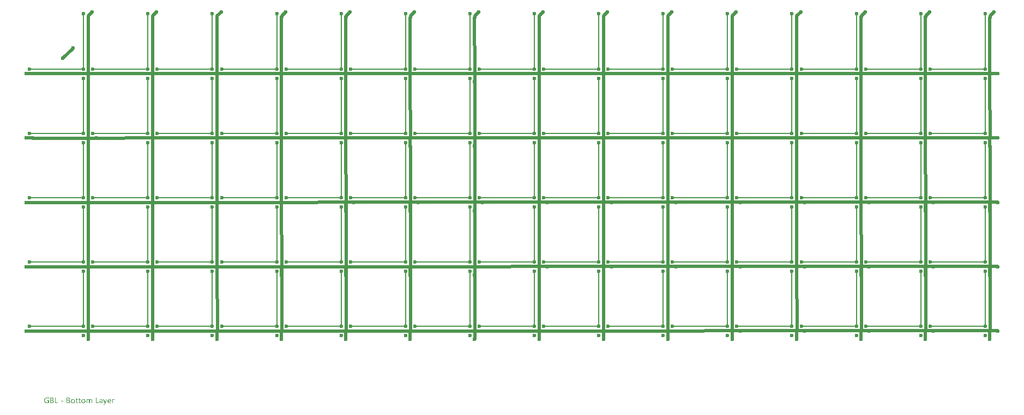
<source format=gbl>
G04*
G04 #@! TF.GenerationSoftware,Altium Limited,Altium Designer,22.11.1 (43)*
G04*
G04 Layer_Physical_Order=2*
G04 Layer_Color=16711680*
%FSLAX45Y45*%
%MOMM*%
G71*
G04*
G04 #@! TF.SameCoordinates,2E7F8865-AB32-4259-96A3-A5373F490E22*
G04*
G04*
G04 #@! TF.FilePolarity,Positive*
G04*
G01*
G75*
%ADD16C,0.20000*%
%ADD18C,0.60000*%
%ADD19C,0.50000*%
G36*
X-19916Y-5644070D02*
X-18501Y-5644211D01*
X-16803Y-5644353D01*
X-15106Y-5644494D01*
X-11144Y-5645060D01*
X-7183Y-5645909D01*
X-2939Y-5647183D01*
X881Y-5648739D01*
Y-5660340D01*
X740Y-5660198D01*
X457Y-5660057D01*
X-250Y-5659633D01*
X-1099Y-5659208D01*
X-2090Y-5658784D01*
X-3363Y-5658076D01*
X-4778Y-5657510D01*
X-6475Y-5656803D01*
X-8173Y-5656237D01*
X-10154Y-5655530D01*
X-12276Y-5654964D01*
X-14540Y-5654539D01*
X-19491Y-5653690D01*
X-22180Y-5653549D01*
X-24868Y-5653408D01*
X-26282D01*
X-27414Y-5653549D01*
X-28688Y-5653690D01*
X-30102Y-5653973D01*
X-31800Y-5654256D01*
X-33498Y-5654681D01*
X-35478Y-5655247D01*
X-37459Y-5655954D01*
X-39440Y-5656803D01*
X-41562Y-5657793D01*
X-43684Y-5659067D01*
X-45665Y-5660481D01*
X-47646Y-5662038D01*
X-49485Y-5663877D01*
X-49626Y-5664018D01*
X-49909Y-5664301D01*
X-50334Y-5664867D01*
X-51041Y-5665716D01*
X-51748Y-5666706D01*
X-52456Y-5667980D01*
X-53446Y-5669395D01*
X-54295Y-5671092D01*
X-55144Y-5672932D01*
X-55993Y-5674912D01*
X-56842Y-5677176D01*
X-57549Y-5679439D01*
X-58256Y-5681986D01*
X-58681Y-5684816D01*
X-58964Y-5687645D01*
X-59105Y-5690616D01*
Y-5690758D01*
Y-5691324D01*
Y-5692173D01*
X-58964Y-5693446D01*
X-58822Y-5694861D01*
X-58681Y-5696558D01*
X-58398Y-5698398D01*
X-57973Y-5700378D01*
X-56983Y-5704623D01*
X-56134Y-5706886D01*
X-55285Y-5709008D01*
X-54295Y-5711272D01*
X-53163Y-5713394D01*
X-51748Y-5715375D01*
X-50192Y-5717356D01*
X-50051Y-5717497D01*
X-49768Y-5717780D01*
X-49202Y-5718204D01*
X-48494Y-5718912D01*
X-47646Y-5719619D01*
X-46514Y-5720327D01*
X-45240Y-5721317D01*
X-43826Y-5722166D01*
X-42128Y-5723015D01*
X-40430Y-5723864D01*
X-38308Y-5724712D01*
X-36186Y-5725420D01*
X-33922Y-5726127D01*
X-31376Y-5726552D01*
X-28829Y-5726835D01*
X-25999Y-5726976D01*
X-25009D01*
X-24302Y-5726835D01*
X-23311D01*
X-22321Y-5726693D01*
X-19774Y-5726410D01*
X-16945Y-5725986D01*
X-13974Y-5725137D01*
X-10861Y-5724147D01*
X-7890Y-5722732D01*
Y-5697690D01*
X-27414D01*
Y-5688211D01*
X2579D01*
Y-5728674D01*
X2438Y-5728815D01*
X2013Y-5728957D01*
X1164Y-5729381D01*
X174Y-5729806D01*
X-1099Y-5730372D01*
X-2514Y-5731079D01*
X-4212Y-5731786D01*
X-6193Y-5732352D01*
X-8315Y-5733060D01*
X-10578Y-5733767D01*
X-13125Y-5734474D01*
X-15672Y-5735040D01*
X-21331Y-5735889D01*
X-24160Y-5736031D01*
X-27273Y-5736172D01*
X-28122D01*
X-29112Y-5736031D01*
X-30385D01*
X-32083Y-5735748D01*
X-33922Y-5735465D01*
X-36044Y-5735182D01*
X-38308Y-5734616D01*
X-40713Y-5734050D01*
X-43260Y-5733201D01*
X-45806Y-5732211D01*
X-48353Y-5731079D01*
X-51041Y-5729664D01*
X-53446Y-5727966D01*
X-55993Y-5726127D01*
X-58256Y-5724005D01*
X-58398Y-5723864D01*
X-58822Y-5723439D01*
X-59388Y-5722732D01*
X-60096Y-5721741D01*
X-60945Y-5720468D01*
X-61935Y-5719053D01*
X-63067Y-5717356D01*
X-64057Y-5715233D01*
X-65189Y-5713111D01*
X-66321Y-5710565D01*
X-67311Y-5707877D01*
X-68160Y-5705047D01*
X-68867Y-5701934D01*
X-69433Y-5698539D01*
X-69858Y-5695002D01*
X-69999Y-5691324D01*
Y-5691041D01*
Y-5690333D01*
X-69858Y-5689343D01*
Y-5687928D01*
X-69575Y-5686089D01*
X-69292Y-5683967D01*
X-68867Y-5681703D01*
X-68301Y-5679298D01*
X-67735Y-5676610D01*
X-66887Y-5673922D01*
X-65755Y-5671092D01*
X-64481Y-5668121D01*
X-63067Y-5665292D01*
X-61227Y-5662462D01*
X-59247Y-5659774D01*
X-56983Y-5657227D01*
X-56842Y-5657086D01*
X-56417Y-5656662D01*
X-55568Y-5655954D01*
X-54578Y-5655105D01*
X-53305Y-5654115D01*
X-51748Y-5652983D01*
X-49909Y-5651851D01*
X-47929Y-5650578D01*
X-45523Y-5649305D01*
X-42977Y-5648173D01*
X-40289Y-5647041D01*
X-37318Y-5646051D01*
X-34205Y-5645202D01*
X-30810Y-5644494D01*
X-27273Y-5644070D01*
X-23594Y-5643929D01*
X-21189D01*
X-19916Y-5644070D01*
D02*
G37*
G36*
X657198Y-5669678D02*
X658471Y-5669960D01*
X660169Y-5670385D01*
X661867Y-5670951D01*
X663847Y-5671658D01*
X665828Y-5672790D01*
X667667Y-5674205D01*
X669648Y-5675903D01*
X671346Y-5678025D01*
X673043Y-5680571D01*
X674317Y-5683542D01*
X675448Y-5686938D01*
X675731Y-5688919D01*
X676014Y-5691041D01*
X676297Y-5693163D01*
Y-5695568D01*
Y-5734757D01*
X666111D01*
Y-5698256D01*
Y-5698115D01*
Y-5697832D01*
Y-5697266D01*
Y-5696558D01*
X665969Y-5695709D01*
Y-5694578D01*
X665687Y-5692314D01*
X665262Y-5689909D01*
X664696Y-5687362D01*
X663989Y-5684957D01*
X662857Y-5682976D01*
X662715Y-5682835D01*
X662291Y-5682269D01*
X661442Y-5681420D01*
X660310Y-5680571D01*
X658754Y-5679722D01*
X656773Y-5678874D01*
X654510Y-5678308D01*
X651822Y-5678166D01*
X651539D01*
X650690Y-5678308D01*
X649558Y-5678449D01*
X648002Y-5678874D01*
X646304Y-5679581D01*
X644323Y-5680713D01*
X642484Y-5682128D01*
X640645Y-5684108D01*
X640503Y-5684391D01*
X639938Y-5685099D01*
X639230Y-5686372D01*
X638381Y-5688070D01*
X637532Y-5690192D01*
X636825Y-5692597D01*
X636259Y-5695427D01*
X636118Y-5698398D01*
Y-5734757D01*
X625931D01*
Y-5696983D01*
Y-5696700D01*
Y-5696134D01*
X625790Y-5695285D01*
X625648Y-5694012D01*
X625507Y-5692597D01*
X625224Y-5691041D01*
X624658Y-5689343D01*
X624092Y-5687504D01*
X623385Y-5685806D01*
X622394Y-5684108D01*
X621262Y-5682552D01*
X619848Y-5681137D01*
X618150Y-5679864D01*
X616169Y-5679015D01*
X613906Y-5678308D01*
X611359Y-5678166D01*
X611076D01*
X610227Y-5678308D01*
X609095Y-5678449D01*
X607539Y-5678874D01*
X605700Y-5679581D01*
X603861Y-5680571D01*
X602021Y-5681986D01*
X600324Y-5683825D01*
X600182Y-5684108D01*
X599616Y-5684816D01*
X598909Y-5686089D01*
X598201Y-5687645D01*
X597353Y-5689767D01*
X596645Y-5692314D01*
X596079Y-5695144D01*
X595938Y-5698398D01*
Y-5734757D01*
X585751D01*
Y-5670951D01*
X595938D01*
Y-5681137D01*
X596221D01*
X596362Y-5680996D01*
X596504Y-5680571D01*
X596928Y-5680005D01*
X597494Y-5679298D01*
X598201Y-5678449D01*
X599050Y-5677459D01*
X600041Y-5676468D01*
X601314Y-5675337D01*
X602587Y-5674205D01*
X604002Y-5673214D01*
X605700Y-5672224D01*
X607398Y-5671375D01*
X609378Y-5670668D01*
X611500Y-5669960D01*
X613623Y-5669678D01*
X616028Y-5669536D01*
X617160D01*
X618291Y-5669678D01*
X619848Y-5669960D01*
X621687Y-5670385D01*
X623526Y-5671092D01*
X625507Y-5671941D01*
X627346Y-5673214D01*
X627629Y-5673356D01*
X628195Y-5673922D01*
X629044Y-5674629D01*
X630034Y-5675761D01*
X631166Y-5677034D01*
X632298Y-5678732D01*
X633288Y-5680571D01*
X633995Y-5682693D01*
X634137Y-5682552D01*
X634278Y-5682128D01*
X634703Y-5681420D01*
X635410Y-5680571D01*
X636118Y-5679581D01*
X636966Y-5678591D01*
X638098Y-5677317D01*
X639372Y-5676044D01*
X640786Y-5674912D01*
X642343Y-5673639D01*
X644040Y-5672649D01*
X646021Y-5671517D01*
X648002Y-5670809D01*
X650265Y-5670102D01*
X652671Y-5669678D01*
X655217Y-5669536D01*
X656066D01*
X657198Y-5669678D01*
D02*
G37*
G36*
X1013581Y-5670102D02*
X1015562Y-5670243D01*
X1016552Y-5670526D01*
X1017401Y-5670809D01*
Y-5681420D01*
X1017259Y-5681279D01*
X1016976Y-5681137D01*
X1016269Y-5680713D01*
X1015420Y-5680288D01*
X1014288Y-5680005D01*
X1013015Y-5679581D01*
X1011459Y-5679439D01*
X1009620Y-5679298D01*
X1009337D01*
X1008488Y-5679439D01*
X1007356Y-5679581D01*
X1005800Y-5680005D01*
X1004102Y-5680854D01*
X1002263Y-5681986D01*
X1000423Y-5683401D01*
X999575Y-5684391D01*
X998726Y-5685523D01*
X998584Y-5685806D01*
X998018Y-5686655D01*
X997311Y-5688070D01*
X996604Y-5689909D01*
X995755Y-5692314D01*
X995047Y-5695144D01*
X994481Y-5698539D01*
X994340Y-5702359D01*
Y-5734757D01*
X984153D01*
Y-5670951D01*
X994340D01*
Y-5684108D01*
X994623D01*
Y-5683967D01*
X994764Y-5683825D01*
X995047Y-5682976D01*
X995472Y-5681845D01*
X996179Y-5680288D01*
X997169Y-5678591D01*
X998301Y-5676893D01*
X999575Y-5675337D01*
X1001131Y-5673780D01*
X1001272Y-5673639D01*
X1001980Y-5673214D01*
X1002829Y-5672507D01*
X1004102Y-5671800D01*
X1005658Y-5671234D01*
X1007356Y-5670526D01*
X1009195Y-5670102D01*
X1011317Y-5669960D01*
X1012732D01*
X1013581Y-5670102D01*
D02*
G37*
G36*
X222860Y-5703349D02*
X188906D01*
Y-5695285D01*
X222860D01*
Y-5703349D01*
D02*
G37*
G36*
X877055Y-5744944D02*
X876913Y-5745227D01*
X876630Y-5745793D01*
X876206Y-5746783D01*
X875640Y-5748056D01*
X874791Y-5749471D01*
X873801Y-5751169D01*
X872669Y-5753008D01*
X871396Y-5754847D01*
X869839Y-5756686D01*
X868283Y-5758526D01*
X866444Y-5760082D01*
X864463Y-5761638D01*
X862341Y-5762912D01*
X860077Y-5763902D01*
X857531Y-5764468D01*
X854984Y-5764751D01*
X853569D01*
X852720Y-5764609D01*
X850457Y-5764326D01*
X848335Y-5763902D01*
Y-5754706D01*
X848476D01*
X848901Y-5754847D01*
X849466Y-5754989D01*
X850315Y-5755272D01*
X852296Y-5755696D01*
X854418Y-5755838D01*
X855126D01*
X855691Y-5755696D01*
X857106Y-5755413D01*
X858804Y-5754706D01*
X860643Y-5753574D01*
X861634Y-5752867D01*
X862482Y-5752018D01*
X863473Y-5750886D01*
X864322Y-5749613D01*
X865170Y-5748198D01*
X866019Y-5746642D01*
X871113Y-5734757D01*
X846212Y-5670951D01*
X857531D01*
X874791Y-5720185D01*
Y-5720327D01*
X874932Y-5720610D01*
X875074Y-5721034D01*
X875215Y-5721741D01*
X875498Y-5722590D01*
X875781Y-5723581D01*
X876064Y-5724995D01*
X876489D01*
Y-5724854D01*
Y-5724712D01*
X876630Y-5724288D01*
X876772Y-5723864D01*
X876913Y-5723156D01*
X877196Y-5722307D01*
X877479Y-5721317D01*
X877762Y-5720185D01*
X895871Y-5670951D01*
X906482D01*
X877055Y-5744944D01*
D02*
G37*
G36*
X815936Y-5669678D02*
X817351Y-5669960D01*
X819049Y-5670243D01*
X820888Y-5670809D01*
X823010Y-5671517D01*
X825132Y-5672507D01*
X827113Y-5673780D01*
X829235Y-5675337D01*
X831074Y-5677317D01*
X832772Y-5679581D01*
X834187Y-5682269D01*
X835319Y-5685523D01*
X836026Y-5689060D01*
X836309Y-5693304D01*
Y-5734757D01*
X826123D01*
Y-5724854D01*
X825840D01*
X825698Y-5724995D01*
X825557Y-5725278D01*
X825132Y-5725844D01*
X824566Y-5726552D01*
X823859Y-5727542D01*
X823010Y-5728391D01*
X822020Y-5729523D01*
X820888Y-5730513D01*
X819615Y-5731503D01*
X818200Y-5732635D01*
X816502Y-5733484D01*
X814804Y-5734333D01*
X812965Y-5735182D01*
X810843Y-5735748D01*
X808721Y-5736031D01*
X806316Y-5736172D01*
X805467D01*
X804759Y-5736031D01*
X803911D01*
X803062Y-5735889D01*
X800798Y-5735606D01*
X798393Y-5734899D01*
X795988Y-5734050D01*
X793441Y-5732918D01*
X791319Y-5731220D01*
X791036Y-5730937D01*
X790470Y-5730372D01*
X789621Y-5729240D01*
X788631Y-5727683D01*
X787641Y-5725844D01*
X786792Y-5723581D01*
X786226Y-5720893D01*
X785943Y-5717922D01*
Y-5717780D01*
Y-5717073D01*
X786084Y-5716224D01*
X786226Y-5715092D01*
X786650Y-5713677D01*
X787075Y-5712121D01*
X787782Y-5710423D01*
X788631Y-5708584D01*
X789763Y-5706745D01*
X791036Y-5704906D01*
X792734Y-5703208D01*
X794856Y-5701510D01*
X797261Y-5700095D01*
X800091Y-5698822D01*
X803345Y-5697832D01*
X807023Y-5697124D01*
X826123Y-5694436D01*
Y-5694295D01*
Y-5693729D01*
X825981Y-5692880D01*
Y-5691890D01*
X825698Y-5690616D01*
X825415Y-5689343D01*
X824991Y-5687787D01*
X824425Y-5686230D01*
X823717Y-5684816D01*
X822869Y-5683259D01*
X821878Y-5681986D01*
X820605Y-5680713D01*
X819049Y-5679722D01*
X817351Y-5678874D01*
X815229Y-5678308D01*
X812965Y-5678166D01*
X811833D01*
X810984Y-5678308D01*
X809994Y-5678449D01*
X808862Y-5678591D01*
X807589Y-5678874D01*
X806033Y-5679157D01*
X802920Y-5680005D01*
X799383Y-5681420D01*
X797544Y-5682269D01*
X795705Y-5683401D01*
X794007Y-5684533D01*
X792168Y-5685947D01*
Y-5675478D01*
X792309Y-5675337D01*
X792592Y-5675195D01*
X793158Y-5674912D01*
X793866Y-5674488D01*
X794714Y-5674063D01*
X795846Y-5673639D01*
X796978Y-5673073D01*
X798393Y-5672507D01*
X799949Y-5671941D01*
X801647Y-5671375D01*
X805325Y-5670526D01*
X809428Y-5669819D01*
X813814Y-5669536D01*
X814804D01*
X815936Y-5669678D01*
D02*
G37*
G36*
X742368Y-5725420D02*
X778303D01*
Y-5734757D01*
X731898D01*
Y-5645485D01*
X742368D01*
Y-5725420D01*
D02*
G37*
G36*
X305059Y-5645626D02*
X306049D01*
X307181Y-5645768D01*
X309728Y-5646192D01*
X312699Y-5646900D01*
X315670Y-5647890D01*
X318782Y-5649305D01*
X321471Y-5651144D01*
X321612D01*
X321753Y-5651427D01*
X322602Y-5652134D01*
X323593Y-5653408D01*
X324866Y-5655105D01*
X326139Y-5657227D01*
X327271Y-5659774D01*
X327979Y-5662604D01*
X328120Y-5664160D01*
X328261Y-5665858D01*
Y-5665999D01*
Y-5666141D01*
Y-5666565D01*
Y-5667131D01*
X328120Y-5668546D01*
X327696Y-5670385D01*
X327271Y-5672507D01*
X326564Y-5674629D01*
X325573Y-5676893D01*
X324159Y-5679157D01*
X324017Y-5679439D01*
X323451Y-5680005D01*
X322461Y-5680996D01*
X321188Y-5682269D01*
X319631Y-5683542D01*
X317651Y-5684816D01*
X315387Y-5686089D01*
X312840Y-5687079D01*
Y-5687362D01*
X313265D01*
X313689Y-5687504D01*
X314397Y-5687645D01*
X315953Y-5687928D01*
X318075Y-5688636D01*
X320339Y-5689484D01*
X322744Y-5690616D01*
X325149Y-5692173D01*
X327271Y-5694153D01*
X327554Y-5694436D01*
X328120Y-5695144D01*
X328969Y-5696417D01*
X329959Y-5698256D01*
X330950Y-5700378D01*
X331798Y-5702925D01*
X332364Y-5705896D01*
X332647Y-5709150D01*
Y-5709291D01*
Y-5709716D01*
Y-5710282D01*
X332506Y-5710989D01*
X332364Y-5711979D01*
X332223Y-5713111D01*
X331657Y-5715799D01*
X330667Y-5718770D01*
X329959Y-5720185D01*
X329252Y-5721741D01*
X328261Y-5723298D01*
X327130Y-5724854D01*
X325856Y-5726269D01*
X324442Y-5727683D01*
X324300Y-5727825D01*
X324017Y-5727966D01*
X323593Y-5728391D01*
X323027Y-5728815D01*
X322178Y-5729381D01*
X321188Y-5729947D01*
X320056Y-5730513D01*
X318782Y-5731220D01*
X317368Y-5731928D01*
X315811Y-5732494D01*
X312274Y-5733626D01*
X308172Y-5734474D01*
X305908Y-5734616D01*
X303644Y-5734757D01*
X277612D01*
Y-5645485D01*
X304210D01*
X305059Y-5645626D01*
D02*
G37*
G36*
X106990Y-5725420D02*
X142925D01*
Y-5734757D01*
X96521D01*
Y-5645485D01*
X106990D01*
Y-5725420D01*
D02*
G37*
G36*
X50823Y-5645626D02*
X51813D01*
X52945Y-5645768D01*
X55492Y-5646192D01*
X58463Y-5646900D01*
X61434Y-5647890D01*
X64546Y-5649305D01*
X67235Y-5651144D01*
X67376D01*
X67518Y-5651427D01*
X68366Y-5652134D01*
X69357Y-5653408D01*
X70630Y-5655105D01*
X71903Y-5657227D01*
X73035Y-5659774D01*
X73743Y-5662604D01*
X73884Y-5664160D01*
X74026Y-5665858D01*
Y-5665999D01*
Y-5666141D01*
Y-5666565D01*
Y-5667131D01*
X73884Y-5668546D01*
X73460Y-5670385D01*
X73035Y-5672507D01*
X72328Y-5674629D01*
X71337Y-5676893D01*
X69923Y-5679157D01*
X69781Y-5679439D01*
X69215Y-5680005D01*
X68225Y-5680996D01*
X66952Y-5682269D01*
X65395Y-5683542D01*
X63415Y-5684816D01*
X61151Y-5686089D01*
X58604Y-5687079D01*
Y-5687362D01*
X59029D01*
X59453Y-5687504D01*
X60161Y-5687645D01*
X61717Y-5687928D01*
X63839Y-5688636D01*
X66103Y-5689484D01*
X68508Y-5690616D01*
X70913Y-5692173D01*
X73035Y-5694153D01*
X73318Y-5694436D01*
X73884Y-5695144D01*
X74733Y-5696417D01*
X75723Y-5698256D01*
X76714Y-5700378D01*
X77562Y-5702925D01*
X78128Y-5705896D01*
X78411Y-5709150D01*
Y-5709291D01*
Y-5709716D01*
Y-5710282D01*
X78270Y-5710989D01*
X78128Y-5711979D01*
X77987Y-5713111D01*
X77421Y-5715799D01*
X76431Y-5718770D01*
X75723Y-5720185D01*
X75016Y-5721741D01*
X74026Y-5723298D01*
X72894Y-5724854D01*
X71620Y-5726269D01*
X70206Y-5727683D01*
X70064Y-5727825D01*
X69781Y-5727966D01*
X69357Y-5728391D01*
X68791Y-5728815D01*
X67942Y-5729381D01*
X66952Y-5729947D01*
X65820Y-5730513D01*
X64546Y-5731220D01*
X63132Y-5731928D01*
X61575Y-5732494D01*
X58038Y-5733626D01*
X53936Y-5734474D01*
X51672Y-5734616D01*
X49408Y-5734757D01*
X23376D01*
Y-5645485D01*
X49974D01*
X50823Y-5645626D01*
D02*
G37*
G36*
X481058Y-5670951D02*
X497186D01*
Y-5679722D01*
X481058D01*
Y-5715658D01*
Y-5715941D01*
Y-5716648D01*
X481199Y-5717922D01*
X481341Y-5719195D01*
X481624Y-5720751D01*
X481907Y-5722307D01*
X482472Y-5723722D01*
X483180Y-5724854D01*
X483321Y-5724995D01*
X483604Y-5725278D01*
X484170Y-5725703D01*
X485019Y-5726127D01*
X486009Y-5726693D01*
X487283Y-5727118D01*
X488698Y-5727401D01*
X490537Y-5727542D01*
X491244D01*
X491952Y-5727401D01*
X492800Y-5727259D01*
X493791Y-5726976D01*
X494923Y-5726693D01*
X496054Y-5726127D01*
X497186Y-5725420D01*
Y-5734191D01*
X497045Y-5734333D01*
X496479Y-5734474D01*
X495771Y-5734757D01*
X494640Y-5735040D01*
X493225Y-5735465D01*
X491527Y-5735748D01*
X489688Y-5735889D01*
X487566Y-5736031D01*
X486858D01*
X486009Y-5735889D01*
X485019Y-5735748D01*
X483746Y-5735465D01*
X482331Y-5735040D01*
X480775Y-5734474D01*
X479218Y-5733767D01*
X477662Y-5732777D01*
X476106Y-5731503D01*
X474691Y-5729947D01*
X473418Y-5728249D01*
X472428Y-5726127D01*
X471579Y-5723581D01*
X471013Y-5720751D01*
X470871Y-5717497D01*
Y-5679722D01*
X459836D01*
Y-5670951D01*
X470871D01*
Y-5655388D01*
X481058Y-5652134D01*
Y-5670951D01*
D02*
G37*
G36*
X437765D02*
X453894D01*
Y-5679722D01*
X437765D01*
Y-5715658D01*
Y-5715941D01*
Y-5716648D01*
X437907Y-5717922D01*
X438048Y-5719195D01*
X438331Y-5720751D01*
X438614Y-5722307D01*
X439180Y-5723722D01*
X439888Y-5724854D01*
X440029Y-5724995D01*
X440312Y-5725278D01*
X440878Y-5725703D01*
X441727Y-5726127D01*
X442717Y-5726693D01*
X443990Y-5727118D01*
X445405Y-5727401D01*
X447244Y-5727542D01*
X447952D01*
X448659Y-5727401D01*
X449508Y-5727259D01*
X450498Y-5726976D01*
X451630Y-5726693D01*
X452762Y-5726127D01*
X453894Y-5725420D01*
Y-5734191D01*
X453752Y-5734333D01*
X453187Y-5734474D01*
X452479Y-5734757D01*
X451347Y-5735040D01*
X449933Y-5735465D01*
X448235Y-5735748D01*
X446396Y-5735889D01*
X444273Y-5736031D01*
X443566D01*
X442717Y-5735889D01*
X441727Y-5735748D01*
X440454Y-5735465D01*
X439039Y-5735040D01*
X437482Y-5734474D01*
X435926Y-5733767D01*
X434370Y-5732777D01*
X432814Y-5731503D01*
X431399Y-5729947D01*
X430126Y-5728249D01*
X429135Y-5726127D01*
X428286Y-5723581D01*
X427721Y-5720751D01*
X427579Y-5717497D01*
Y-5679722D01*
X416544D01*
Y-5670951D01*
X427579D01*
Y-5655388D01*
X437765Y-5652134D01*
Y-5670951D01*
D02*
G37*
G36*
X944540Y-5669678D02*
X945530Y-5669819D01*
X946662Y-5669960D01*
X949491Y-5670526D01*
X952604Y-5671517D01*
X954160Y-5672083D01*
X955858Y-5672932D01*
X957414Y-5673922D01*
X958829Y-5674912D01*
X960385Y-5676185D01*
X961658Y-5677600D01*
X961800Y-5677742D01*
X961941Y-5678025D01*
X962366Y-5678449D01*
X962790Y-5679015D01*
X963215Y-5679864D01*
X963922Y-5680854D01*
X964488Y-5682128D01*
X965195Y-5683401D01*
X965761Y-5684957D01*
X966469Y-5686655D01*
X967035Y-5688494D01*
X967459Y-5690475D01*
X968025Y-5692597D01*
X968308Y-5695002D01*
X968449Y-5697407D01*
X968591Y-5700095D01*
Y-5705471D01*
X923601D01*
Y-5705613D01*
Y-5705896D01*
Y-5706462D01*
X923742Y-5707169D01*
Y-5708160D01*
X923884Y-5709150D01*
X924308Y-5711555D01*
X925016Y-5714102D01*
X926006Y-5716931D01*
X927421Y-5719478D01*
X929260Y-5721883D01*
X929543Y-5722166D01*
X930250Y-5722732D01*
X931524Y-5723722D01*
X933221Y-5724712D01*
X935344Y-5725844D01*
X938032Y-5726835D01*
X941003Y-5727401D01*
X944398Y-5727683D01*
X945389D01*
X946237Y-5727542D01*
X947228Y-5727401D01*
X948218Y-5727259D01*
X949491Y-5727118D01*
X950906Y-5726835D01*
X954019Y-5725986D01*
X957273Y-5724712D01*
X958970Y-5723864D01*
X960810Y-5722873D01*
X962507Y-5721883D01*
X964205Y-5720610D01*
Y-5730230D01*
X964064D01*
X963781Y-5730513D01*
X963356Y-5730796D01*
X962649Y-5731220D01*
X961800Y-5731645D01*
X960810Y-5732069D01*
X959678Y-5732635D01*
X958263Y-5733201D01*
X956707Y-5733767D01*
X955009Y-5734333D01*
X953170Y-5734757D01*
X951189Y-5735182D01*
X949208Y-5735606D01*
X946945Y-5735889D01*
X941993Y-5736172D01*
X940720D01*
X939729Y-5736031D01*
X938598Y-5735889D01*
X937324Y-5735748D01*
X935768Y-5735465D01*
X934212Y-5735040D01*
X930816Y-5734050D01*
X928977Y-5733343D01*
X927279Y-5732494D01*
X925440Y-5731503D01*
X923742Y-5730372D01*
X922186Y-5729098D01*
X920630Y-5727542D01*
X920488Y-5727401D01*
X920347Y-5727118D01*
X919922Y-5726693D01*
X919498Y-5725986D01*
X918932Y-5724995D01*
X918225Y-5724005D01*
X917517Y-5722732D01*
X916810Y-5721317D01*
X916103Y-5719619D01*
X915395Y-5717780D01*
X914829Y-5715799D01*
X914122Y-5713677D01*
X913697Y-5711272D01*
X913273Y-5708725D01*
X913132Y-5706037D01*
X912990Y-5703208D01*
Y-5703066D01*
Y-5702500D01*
Y-5701793D01*
X913132Y-5700661D01*
X913273Y-5699388D01*
X913414Y-5697973D01*
X913697Y-5696275D01*
X913980Y-5694578D01*
X914971Y-5690616D01*
X915678Y-5688636D01*
X916527Y-5686655D01*
X917517Y-5684533D01*
X918649Y-5682552D01*
X919922Y-5680713D01*
X921337Y-5678874D01*
X921479Y-5678732D01*
X921762Y-5678449D01*
X922186Y-5678025D01*
X922894Y-5677459D01*
X923742Y-5676751D01*
X924733Y-5675903D01*
X925865Y-5675054D01*
X927138Y-5674205D01*
X928553Y-5673356D01*
X930250Y-5672507D01*
X933787Y-5670951D01*
X935768Y-5670385D01*
X937890Y-5669960D01*
X940154Y-5669678D01*
X942417Y-5669536D01*
X943549D01*
X944540Y-5669678D01*
D02*
G37*
G36*
X541469D02*
X542601Y-5669819D01*
X544015Y-5669960D01*
X545572Y-5670243D01*
X547269Y-5670668D01*
X550806Y-5671658D01*
X552646Y-5672366D01*
X554485Y-5673214D01*
X556324Y-5674205D01*
X558022Y-5675478D01*
X559719Y-5676751D01*
X561276Y-5678308D01*
X561417Y-5678449D01*
X561559Y-5678732D01*
X561983Y-5679157D01*
X562549Y-5679864D01*
X563115Y-5680854D01*
X563822Y-5681845D01*
X564530Y-5683118D01*
X565379Y-5684674D01*
X566086Y-5686230D01*
X566793Y-5688070D01*
X567501Y-5690050D01*
X568067Y-5692314D01*
X568633Y-5694578D01*
X569057Y-5697124D01*
X569199Y-5699812D01*
X569340Y-5702642D01*
Y-5702783D01*
Y-5703349D01*
Y-5704057D01*
X569199Y-5705188D01*
X569057Y-5706462D01*
X568916Y-5708018D01*
X568633Y-5709574D01*
X568208Y-5711414D01*
X567218Y-5715375D01*
X566510Y-5717356D01*
X565662Y-5719478D01*
X564671Y-5721458D01*
X563539Y-5723439D01*
X562266Y-5725278D01*
X560710Y-5727118D01*
X560568Y-5727259D01*
X560285Y-5727542D01*
X559861Y-5727966D01*
X559154Y-5728532D01*
X558305Y-5729240D01*
X557173Y-5729947D01*
X556041Y-5730796D01*
X554626Y-5731645D01*
X553070Y-5732494D01*
X551231Y-5733343D01*
X549392Y-5734050D01*
X547269Y-5734757D01*
X545006Y-5735323D01*
X542742Y-5735748D01*
X540196Y-5736031D01*
X537507Y-5736172D01*
X536093D01*
X535102Y-5736031D01*
X533970Y-5735889D01*
X532556Y-5735748D01*
X530999Y-5735465D01*
X529443Y-5735040D01*
X525765Y-5734050D01*
X523926Y-5733343D01*
X521945Y-5732494D01*
X520106Y-5731503D01*
X518266Y-5730230D01*
X516569Y-5728957D01*
X514871Y-5727401D01*
X514729Y-5727259D01*
X514447Y-5726976D01*
X514164Y-5726410D01*
X513598Y-5725703D01*
X512890Y-5724854D01*
X512183Y-5723722D01*
X511475Y-5722590D01*
X510768Y-5721034D01*
X509919Y-5719478D01*
X509212Y-5717639D01*
X508504Y-5715658D01*
X507797Y-5713677D01*
X507231Y-5711272D01*
X506948Y-5708867D01*
X506665Y-5706320D01*
X506524Y-5703632D01*
Y-5703491D01*
Y-5702925D01*
Y-5702076D01*
X506665Y-5700944D01*
X506807Y-5699671D01*
X506948Y-5698115D01*
X507231Y-5696417D01*
X507656Y-5694436D01*
X508646Y-5690475D01*
X509353Y-5688353D01*
X510202Y-5686372D01*
X511193Y-5684250D01*
X512466Y-5682269D01*
X513739Y-5680430D01*
X515295Y-5678591D01*
X515437Y-5678449D01*
X515720Y-5678166D01*
X516144Y-5677742D01*
X516852Y-5677176D01*
X517842Y-5676468D01*
X518832Y-5675761D01*
X520106Y-5674912D01*
X521520Y-5674063D01*
X523218Y-5673214D01*
X524916Y-5672366D01*
X526897Y-5671658D01*
X529019Y-5670951D01*
X531282Y-5670385D01*
X533688Y-5669960D01*
X536376Y-5669678D01*
X539064Y-5669536D01*
X540478D01*
X541469Y-5669678D01*
D02*
G37*
G36*
X380042D02*
X381174Y-5669819D01*
X382589Y-5669960D01*
X384145Y-5670243D01*
X385843Y-5670668D01*
X389380Y-5671658D01*
X391219Y-5672366D01*
X393058Y-5673214D01*
X394898Y-5674205D01*
X396595Y-5675478D01*
X398293Y-5676751D01*
X399849Y-5678308D01*
X399991Y-5678449D01*
X400132Y-5678732D01*
X400557Y-5679157D01*
X401123Y-5679864D01*
X401689Y-5680854D01*
X402396Y-5681845D01*
X403103Y-5683118D01*
X403952Y-5684674D01*
X404660Y-5686230D01*
X405367Y-5688070D01*
X406074Y-5690050D01*
X406640Y-5692314D01*
X407206Y-5694578D01*
X407631Y-5697124D01*
X407772Y-5699812D01*
X407914Y-5702642D01*
Y-5702783D01*
Y-5703349D01*
Y-5704057D01*
X407772Y-5705188D01*
X407631Y-5706462D01*
X407489Y-5708018D01*
X407206Y-5709574D01*
X406782Y-5711414D01*
X405791Y-5715375D01*
X405084Y-5717356D01*
X404235Y-5719478D01*
X403245Y-5721458D01*
X402113Y-5723439D01*
X400840Y-5725278D01*
X399283Y-5727118D01*
X399142Y-5727259D01*
X398859Y-5727542D01*
X398435Y-5727966D01*
X397727Y-5728532D01*
X396878Y-5729240D01*
X395746Y-5729947D01*
X394615Y-5730796D01*
X393200Y-5731645D01*
X391644Y-5732494D01*
X389804Y-5733343D01*
X387965Y-5734050D01*
X385843Y-5734757D01*
X383579Y-5735323D01*
X381316Y-5735748D01*
X378769Y-5736031D01*
X376081Y-5736172D01*
X374666D01*
X373676Y-5736031D01*
X372544Y-5735889D01*
X371129Y-5735748D01*
X369573Y-5735465D01*
X368017Y-5735040D01*
X364338Y-5734050D01*
X362499Y-5733343D01*
X360518Y-5732494D01*
X358679Y-5731503D01*
X356840Y-5730230D01*
X355142Y-5728957D01*
X353445Y-5727401D01*
X353303Y-5727259D01*
X353020Y-5726976D01*
X352737Y-5726410D01*
X352171Y-5725703D01*
X351464Y-5724854D01*
X350756Y-5723722D01*
X350049Y-5722590D01*
X349342Y-5721034D01*
X348493Y-5719478D01*
X347785Y-5717639D01*
X347078Y-5715658D01*
X346371Y-5713677D01*
X345805Y-5711272D01*
X345522Y-5708867D01*
X345239Y-5706320D01*
X345097Y-5703632D01*
Y-5703491D01*
Y-5702925D01*
Y-5702076D01*
X345239Y-5700944D01*
X345380Y-5699671D01*
X345522Y-5698115D01*
X345805Y-5696417D01*
X346229Y-5694436D01*
X347220Y-5690475D01*
X347927Y-5688353D01*
X348776Y-5686372D01*
X349766Y-5684250D01*
X351039Y-5682269D01*
X352313Y-5680430D01*
X353869Y-5678591D01*
X354010Y-5678449D01*
X354293Y-5678166D01*
X354718Y-5677742D01*
X355425Y-5677176D01*
X356416Y-5676468D01*
X357406Y-5675761D01*
X358679Y-5674912D01*
X360094Y-5674063D01*
X361792Y-5673214D01*
X363489Y-5672366D01*
X365470Y-5671658D01*
X367592Y-5670951D01*
X369856Y-5670385D01*
X372261Y-5669960D01*
X374949Y-5669678D01*
X377637Y-5669536D01*
X379052D01*
X380042Y-5669678D01*
D02*
G37*
%LPC*%
G36*
X826123Y-5702500D02*
X810701Y-5704623D01*
X810418D01*
X809570Y-5704764D01*
X808296Y-5705047D01*
X806740Y-5705471D01*
X805042Y-5705896D01*
X803203Y-5706462D01*
X801505Y-5707311D01*
X799949Y-5708160D01*
X799808Y-5708301D01*
X799383Y-5708584D01*
X798817Y-5709291D01*
X798251Y-5710282D01*
X797544Y-5711414D01*
X796978Y-5712970D01*
X796554Y-5714809D01*
X796412Y-5717073D01*
Y-5717214D01*
Y-5717780D01*
X796554Y-5718770D01*
X796837Y-5719761D01*
X797261Y-5721034D01*
X797827Y-5722307D01*
X798534Y-5723581D01*
X799666Y-5724712D01*
X799808Y-5724854D01*
X800232Y-5725137D01*
X801081Y-5725703D01*
X802071Y-5726127D01*
X803345Y-5726693D01*
X804901Y-5727259D01*
X806599Y-5727542D01*
X808579Y-5727683D01*
X809287D01*
X809853Y-5727542D01*
X811267Y-5727401D01*
X812965Y-5726976D01*
X814946Y-5726410D01*
X817068Y-5725420D01*
X819190Y-5724147D01*
X821171Y-5722449D01*
X821454Y-5722166D01*
X822020Y-5721458D01*
X822727Y-5720327D01*
X823717Y-5718770D01*
X824566Y-5716790D01*
X825415Y-5714385D01*
X825981Y-5711838D01*
X826123Y-5708867D01*
Y-5702500D01*
D02*
G37*
G36*
X300107Y-5654964D02*
X288082D01*
Y-5683825D01*
X300249D01*
X301805Y-5683542D01*
X303786Y-5683259D01*
X305908Y-5682835D01*
X308172Y-5682128D01*
X310294Y-5681137D01*
X312274Y-5679722D01*
X312557Y-5679581D01*
X313123Y-5678874D01*
X313831Y-5678025D01*
X314821Y-5676610D01*
X315670Y-5675054D01*
X316519Y-5672932D01*
X317085Y-5670668D01*
X317226Y-5667980D01*
Y-5667838D01*
Y-5667414D01*
X317085Y-5666706D01*
X316943Y-5665999D01*
X316660Y-5665009D01*
X316377Y-5663877D01*
X315811Y-5662745D01*
X315104Y-5661472D01*
X314114Y-5660198D01*
X312982Y-5659067D01*
X311709Y-5657935D01*
X310011Y-5656944D01*
X308030Y-5656096D01*
X305766Y-5655530D01*
X303078Y-5655105D01*
X300107Y-5654964D01*
D02*
G37*
G36*
Y-5693163D02*
X288082D01*
Y-5725420D01*
X303220D01*
X303927Y-5725278D01*
X305484Y-5725137D01*
X307606Y-5724854D01*
X309869Y-5724288D01*
X312274Y-5723581D01*
X314538Y-5722449D01*
X316660Y-5721034D01*
X316943Y-5720893D01*
X317509Y-5720185D01*
X318217Y-5719195D01*
X319207Y-5717922D01*
X320197Y-5716224D01*
X320905Y-5714102D01*
X321471Y-5711696D01*
X321753Y-5709008D01*
Y-5708867D01*
Y-5708301D01*
X321612Y-5707594D01*
X321471Y-5706462D01*
X321046Y-5705330D01*
X320622Y-5704057D01*
X319914Y-5702500D01*
X319065Y-5701086D01*
X317934Y-5699671D01*
X316519Y-5698115D01*
X314680Y-5696841D01*
X312557Y-5695568D01*
X310152Y-5694578D01*
X307323Y-5693870D01*
X303927Y-5693304D01*
X300107Y-5693163D01*
D02*
G37*
G36*
X45871Y-5654964D02*
X33846D01*
Y-5683825D01*
X46013D01*
X47569Y-5683542D01*
X49550Y-5683259D01*
X51672Y-5682835D01*
X53936Y-5682128D01*
X56058Y-5681137D01*
X58038Y-5679722D01*
X58321Y-5679581D01*
X58887Y-5678874D01*
X59595Y-5678025D01*
X60585Y-5676610D01*
X61434Y-5675054D01*
X62283Y-5672932D01*
X62849Y-5670668D01*
X62990Y-5667980D01*
Y-5667838D01*
Y-5667414D01*
X62849Y-5666706D01*
X62707Y-5665999D01*
X62424Y-5665009D01*
X62141Y-5663877D01*
X61575Y-5662745D01*
X60868Y-5661472D01*
X59878Y-5660198D01*
X58746Y-5659067D01*
X57473Y-5657935D01*
X55775Y-5656944D01*
X53794Y-5656096D01*
X51531Y-5655530D01*
X48842Y-5655105D01*
X45871Y-5654964D01*
D02*
G37*
G36*
Y-5693163D02*
X33846D01*
Y-5725420D01*
X48984D01*
X49691Y-5725278D01*
X51248Y-5725137D01*
X53370Y-5724854D01*
X55633Y-5724288D01*
X58038Y-5723581D01*
X60302Y-5722449D01*
X62424Y-5721034D01*
X62707Y-5720893D01*
X63273Y-5720185D01*
X63981Y-5719195D01*
X64971Y-5717922D01*
X65961Y-5716224D01*
X66669Y-5714102D01*
X67235Y-5711696D01*
X67518Y-5709008D01*
Y-5708867D01*
Y-5708301D01*
X67376Y-5707594D01*
X67235Y-5706462D01*
X66810Y-5705330D01*
X66386Y-5704057D01*
X65678Y-5702500D01*
X64829Y-5701086D01*
X63698Y-5699671D01*
X62283Y-5698115D01*
X60444Y-5696841D01*
X58321Y-5695568D01*
X55916Y-5694578D01*
X53087Y-5693870D01*
X49691Y-5693304D01*
X45871Y-5693163D01*
D02*
G37*
G36*
X942135Y-5678166D02*
X941427D01*
X941003Y-5678308D01*
X939588Y-5678449D01*
X937890Y-5678874D01*
X935909Y-5679439D01*
X933929Y-5680430D01*
X931807Y-5681703D01*
X929826Y-5683401D01*
X929684Y-5683684D01*
X928977Y-5684391D01*
X928270Y-5685382D01*
X927279Y-5686938D01*
X926148Y-5688919D01*
X925157Y-5691182D01*
X924308Y-5693870D01*
X923742Y-5696841D01*
X958122D01*
Y-5696700D01*
Y-5696417D01*
Y-5695992D01*
Y-5695427D01*
X957839Y-5693729D01*
X957556Y-5691748D01*
X957131Y-5689626D01*
X956282Y-5687221D01*
X955292Y-5685099D01*
X953877Y-5683118D01*
X953736Y-5682835D01*
X953170Y-5682269D01*
X952179Y-5681562D01*
X950765Y-5680571D01*
X949208Y-5679722D01*
X947086Y-5678874D01*
X944823Y-5678308D01*
X942135Y-5678166D01*
D02*
G37*
G36*
X540054D02*
X537224D01*
X536659Y-5678308D01*
X535810D01*
X534819Y-5678449D01*
X532556Y-5679015D01*
X530151Y-5679722D01*
X527604Y-5680996D01*
X525057Y-5682552D01*
X523784Y-5683684D01*
X522652Y-5684816D01*
Y-5684957D01*
X522369Y-5685099D01*
X522086Y-5685523D01*
X521803Y-5686089D01*
X521379Y-5686655D01*
X520813Y-5687504D01*
X520389Y-5688494D01*
X519823Y-5689626D01*
X518832Y-5692314D01*
X517842Y-5695427D01*
X517276Y-5699105D01*
X516993Y-5703349D01*
Y-5703491D01*
Y-5703774D01*
Y-5704481D01*
X517135Y-5705188D01*
Y-5706179D01*
X517276Y-5707311D01*
X517701Y-5709857D01*
X518408Y-5712687D01*
X519398Y-5715658D01*
X520813Y-5718487D01*
X522794Y-5721176D01*
X522935D01*
X523077Y-5721458D01*
X523926Y-5722166D01*
X525199Y-5723298D01*
X526897Y-5724429D01*
X529160Y-5725561D01*
X531707Y-5726693D01*
X534819Y-5727401D01*
X536517Y-5727542D01*
X538215Y-5727683D01*
X539205D01*
X539913Y-5727542D01*
X540620D01*
X541610Y-5727401D01*
X543874Y-5726835D01*
X546279Y-5726127D01*
X548826Y-5724995D01*
X551231Y-5723439D01*
X552504Y-5722449D01*
X553494Y-5721317D01*
Y-5721176D01*
X553777Y-5721034D01*
X554060Y-5720610D01*
X554343Y-5720185D01*
X554768Y-5719478D01*
X555192Y-5718629D01*
X555617Y-5717780D01*
X556183Y-5716648D01*
X557173Y-5714102D01*
X558022Y-5710989D01*
X558588Y-5707311D01*
X558871Y-5703066D01*
Y-5702925D01*
Y-5702500D01*
Y-5701934D01*
X558729Y-5701086D01*
Y-5700095D01*
X558588Y-5698963D01*
X558163Y-5696275D01*
X557597Y-5693304D01*
X556607Y-5690192D01*
X555334Y-5687221D01*
X553494Y-5684674D01*
Y-5684533D01*
X553211Y-5684391D01*
X552504Y-5683684D01*
X551231Y-5682552D01*
X549533Y-5681420D01*
X547411Y-5680288D01*
X544723Y-5679157D01*
X541752Y-5678449D01*
X540054Y-5678166D01*
D02*
G37*
G36*
X378628D02*
X375798D01*
X375232Y-5678308D01*
X374383D01*
X373393Y-5678449D01*
X371129Y-5679015D01*
X368724Y-5679722D01*
X366178Y-5680996D01*
X363631Y-5682552D01*
X362358Y-5683684D01*
X361226Y-5684816D01*
Y-5684957D01*
X360943Y-5685099D01*
X360660Y-5685523D01*
X360377Y-5686089D01*
X359953Y-5686655D01*
X359387Y-5687504D01*
X358962Y-5688494D01*
X358396Y-5689626D01*
X357406Y-5692314D01*
X356416Y-5695427D01*
X355850Y-5699105D01*
X355567Y-5703349D01*
Y-5703491D01*
Y-5703774D01*
Y-5704481D01*
X355708Y-5705188D01*
Y-5706179D01*
X355850Y-5707311D01*
X356274Y-5709857D01*
X356982Y-5712687D01*
X357972Y-5715658D01*
X359387Y-5718487D01*
X361367Y-5721176D01*
X361509D01*
X361650Y-5721458D01*
X362499Y-5722166D01*
X363772Y-5723298D01*
X365470Y-5724429D01*
X367734Y-5725561D01*
X370280Y-5726693D01*
X373393Y-5727401D01*
X375091Y-5727542D01*
X376788Y-5727683D01*
X377779D01*
X378486Y-5727542D01*
X379194D01*
X380184Y-5727401D01*
X382448Y-5726835D01*
X384853Y-5726127D01*
X387399Y-5724995D01*
X389804Y-5723439D01*
X391078Y-5722449D01*
X392068Y-5721317D01*
Y-5721176D01*
X392351Y-5721034D01*
X392634Y-5720610D01*
X392917Y-5720185D01*
X393341Y-5719478D01*
X393766Y-5718629D01*
X394190Y-5717780D01*
X394756Y-5716648D01*
X395746Y-5714102D01*
X396595Y-5710989D01*
X397161Y-5707311D01*
X397444Y-5703066D01*
Y-5702925D01*
Y-5702500D01*
Y-5701934D01*
X397303Y-5701086D01*
Y-5700095D01*
X397161Y-5698963D01*
X396737Y-5696275D01*
X396171Y-5693304D01*
X395181Y-5690192D01*
X393907Y-5687221D01*
X392068Y-5684674D01*
Y-5684533D01*
X391785Y-5684391D01*
X391078Y-5683684D01*
X389804Y-5682552D01*
X388107Y-5681420D01*
X385984Y-5680288D01*
X383296Y-5679157D01*
X380325Y-5678449D01*
X378628Y-5678166D01*
D02*
G37*
%LPD*%
D16*
X-297636Y-4540000D02*
X540000D01*
Y-3685419D01*
Y-3540000D02*
Y-2685419D01*
Y-2540000D02*
Y-1685419D01*
Y-1540000D02*
Y-685419D01*
Y-540000D02*
Y321129D01*
Y-540000D02*
X-297636D01*
Y-1540000D02*
X540000D01*
X685419D02*
X1540000D01*
Y-685419D01*
Y-540000D02*
Y321129D01*
Y-540000D02*
X685419D01*
Y-2540000D02*
X1540000D01*
Y-1685419D01*
X1685419Y-1540000D02*
X2540000D01*
Y-685419D01*
Y-540000D02*
Y321129D01*
X3540000D02*
Y-540000D01*
X2685419D01*
X2540000D02*
X1685419D01*
Y-2540000D02*
X2540000D01*
Y-1685419D01*
X2685419Y-1540000D02*
X3540000D01*
Y-685419D01*
Y-1685419D02*
Y-2540000D01*
X2685419D01*
X2540000Y-2685419D02*
Y-3540000D01*
Y-3540000D02*
X1685419D01*
X1540000D02*
X685419D01*
X540000D02*
X-297636D01*
X685419Y-4540000D02*
X1540000D01*
Y-3685419D01*
Y-3540000D02*
Y-2685419D01*
X2685419Y-3540000D02*
X3540000D01*
Y-3540000D02*
Y-2685419D01*
Y-3685419D02*
Y-4540000D01*
X2685419D01*
X2540000D02*
Y-3685419D01*
Y-4540000D02*
X1685419D01*
X3685419D02*
X4540000D01*
Y-3685419D01*
Y-3540000D02*
Y-2685419D01*
Y-2540000D02*
Y-1685419D01*
Y-1540000D02*
Y-685419D01*
Y-540000D02*
Y321129D01*
Y-540000D02*
X3685419D01*
X4685419D02*
X5540000D01*
Y321129D01*
X5685419Y-540000D02*
X6540000D01*
Y321129D01*
X6685419Y-540000D02*
X7540000D01*
Y321129D01*
X7685419Y-540000D02*
X8540000D01*
Y321129D01*
X8685419Y-540000D02*
X9540000D01*
Y321129D01*
X10540000D02*
Y-540000D01*
X9685419D01*
X9540000Y-685419D02*
Y-1540000D01*
X8685419D01*
X8540000D02*
Y-685419D01*
Y-1540000D02*
X7685419D01*
X7540000D02*
Y-685419D01*
Y-1540000D02*
X6685419D01*
X6540000D02*
Y-685419D01*
Y-1540000D02*
X5685419D01*
X5540000D02*
Y-685419D01*
Y-1540000D02*
X4685419D01*
X4540000D02*
X3685419D01*
Y-2540000D02*
X4540000D01*
X4685419D02*
X5540000D01*
Y-1685419D01*
X5685419Y-2540000D02*
X6540000D01*
Y-1685419D01*
X6685419Y-2540000D02*
X7540000D01*
Y-1685419D01*
X7685419Y-2540000D02*
X8540000D01*
Y-1685419D01*
X8685419Y-2540000D02*
X9540000D01*
Y-1685419D01*
X9685419Y-1540000D02*
X10540000D01*
Y-685419D01*
X10685419Y-540000D02*
X11540000D01*
Y321129D01*
X11685419Y-540000D02*
X12540000D01*
Y321129D01*
X12685419Y-540000D02*
X13539999D01*
Y321129D01*
X13685419Y-540000D02*
X14539999D01*
Y321129D01*
Y-685419D02*
Y-1540000D01*
X13685419D01*
X13539999D02*
Y-685419D01*
Y-1540000D02*
X12685419D01*
X12540000D02*
Y-685419D01*
Y-1540000D02*
X11685419D01*
X11540000D02*
Y-685419D01*
Y-1540000D02*
X10685419D01*
X10540000Y-1685419D02*
Y-2540000D01*
X9685419D01*
X9540000Y-2685419D02*
Y-3540000D01*
Y-3540000D02*
X8685419D01*
X8540000D02*
X7685419D01*
X7540000D02*
X6685419D01*
X6540000D02*
X5685419D01*
X5540000D02*
X4685419D01*
X4540000D02*
X3685419D01*
X4685419Y-4540000D02*
X5540000D01*
Y-3685419D01*
Y-3540000D02*
Y-2685419D01*
X6540000Y-3540000D02*
Y-2685419D01*
Y-3685419D02*
Y-4540000D01*
X5685419D01*
X6685419D02*
X7540000D01*
Y-3685419D01*
Y-3540000D02*
Y-2685419D01*
X8540000Y-3540000D02*
Y-2685419D01*
Y-3685419D02*
Y-4540000D01*
X7685419D01*
X8685419D02*
X9540000D01*
Y-3685419D01*
X9685419Y-3540000D02*
X10540000D01*
Y-3540000D02*
Y-2685419D01*
X10685419Y-2540000D02*
X11540000D01*
Y-1685419D01*
X11685419Y-2540000D02*
X12540000D01*
Y-1685419D01*
X12685419Y-2540000D02*
X13539999D01*
Y-1685419D01*
X13685419Y-2540000D02*
X14539999D01*
Y-1685419D01*
Y-2685419D02*
Y-3540000D01*
Y-3540000D02*
X13685419D01*
X13539999D02*
X12685419D01*
X12540000D02*
X11685419D01*
X11540000D02*
X10685419D01*
X10540000Y-3685419D02*
Y-4540000D01*
X9685419D01*
X10685419D02*
X11540000D01*
Y-3685419D01*
Y-3540000D02*
Y-2685419D01*
X12540000Y-3540000D02*
Y-2685419D01*
Y-3685419D02*
Y-4540000D01*
X11685419D01*
X12685419D02*
X13539999D01*
Y-3685419D01*
Y-3540000D02*
Y-2685419D01*
X14539999Y-3685419D02*
Y-4540000D01*
X13685419D01*
X540000Y-2540000D02*
X-297636D01*
D18*
X-348136Y-4613112D02*
D03*
X-247136D02*
D03*
X-297636Y-4540000D02*
D03*
X540000D02*
D03*
Y-4685419D02*
D03*
X613112Y-4739997D02*
D03*
X740000Y-4613112D02*
D03*
X685419Y-4540000D02*
D03*
X1540000D02*
D03*
X1685419D02*
D03*
X1740000Y-4613112D02*
D03*
X1613112Y-4739997D02*
D03*
X1540000Y-4685419D02*
D03*
X2540000D02*
D03*
X2613112Y-4739997D02*
D03*
X2740000Y-4613112D02*
D03*
X2685419Y-4540000D02*
D03*
X2540000D02*
D03*
X3540000D02*
D03*
Y-4685419D02*
D03*
X3613112Y-4739997D02*
D03*
X3740000Y-4613112D02*
D03*
X3685419Y-4540000D02*
D03*
X4540000D02*
D03*
X4685419D02*
D03*
X4740000Y-4613112D02*
D03*
X4613111Y-4739997D02*
D03*
X4540000Y-4685419D02*
D03*
X5540000D02*
D03*
X5613111Y-4739997D02*
D03*
X5740000Y-4613112D02*
D03*
X5685419Y-4540000D02*
D03*
X5540000D02*
D03*
X6540000D02*
D03*
X6685419D02*
D03*
X6740000Y-4613112D02*
D03*
X6613111Y-4739997D02*
D03*
X6540000Y-4685419D02*
D03*
X7540000D02*
D03*
X7613112Y-4739997D02*
D03*
X7740000Y-4613112D02*
D03*
X7685419Y-4540000D02*
D03*
X7540000D02*
D03*
X8540000D02*
D03*
X8685419D02*
D03*
X8740000Y-4613112D02*
D03*
X8613112Y-4739997D02*
D03*
X8540000Y-4685419D02*
D03*
X9540000D02*
D03*
X9613112Y-4739997D02*
D03*
X9740000Y-4613112D02*
D03*
X9685419Y-4540000D02*
D03*
X9540000D02*
D03*
X10540000D02*
D03*
X10685419D02*
D03*
X10613112Y-4739997D02*
D03*
X10540000Y-4685419D02*
D03*
X10740000Y-4613112D02*
D03*
X11540000Y-4685419D02*
D03*
X11613112Y-4739997D02*
D03*
X11740000Y-4613112D02*
D03*
X11685419Y-4540000D02*
D03*
X11540000D02*
D03*
X12540000D02*
D03*
X12685419D02*
D03*
X12740000Y-4613112D02*
D03*
X12613111Y-4739997D02*
D03*
X12540000Y-4685419D02*
D03*
X13539999D02*
D03*
X13613110Y-4739997D02*
D03*
X13739999Y-4613112D02*
D03*
X13685419Y-4540000D02*
D03*
X13539999D02*
D03*
X14539999D02*
D03*
Y-4685419D02*
D03*
X14613110Y-4739997D02*
D03*
X14739999Y-4613112D02*
D03*
Y-3613112D02*
D03*
X14613110Y-3739997D02*
D03*
X14539999Y-3685419D02*
D03*
Y-3540000D02*
D03*
Y-2685419D02*
D03*
X14613110Y-2739998D02*
D03*
X14739999Y-2613113D02*
D03*
X14539999Y-2540000D02*
D03*
X14613110Y-1739998D02*
D03*
X14539999Y-1685419D02*
D03*
Y-1540000D02*
D03*
X14739999Y-1613113D02*
D03*
Y-613113D02*
D03*
X14613110Y-739998D02*
D03*
X14539999Y-685419D02*
D03*
Y-540000D02*
D03*
Y321129D02*
D03*
X14614999Y259208D02*
D03*
X14676639Y350001D02*
D03*
X13676639D02*
D03*
X13614999Y259208D02*
D03*
X13539999Y321129D02*
D03*
Y-540000D02*
D03*
Y-685419D02*
D03*
X13613110Y-739998D02*
D03*
X13739999Y-613113D02*
D03*
X13685419Y-540000D02*
D03*
Y-1540000D02*
D03*
X13739999Y-1613113D02*
D03*
X13539999Y-1685419D02*
D03*
Y-1540000D02*
D03*
X13613110Y-1739998D02*
D03*
X13685419Y-2540000D02*
D03*
X13739999Y-2613113D02*
D03*
X13613110Y-2739998D02*
D03*
X13539999Y-2685419D02*
D03*
Y-2540000D02*
D03*
Y-3540000D02*
D03*
X13685419D02*
D03*
X13739999Y-3613112D02*
D03*
X13613110Y-3739997D02*
D03*
X13539999Y-3685419D02*
D03*
X12740000Y-2613113D02*
D03*
X12685419Y-2540000D02*
D03*
X12540000D02*
D03*
Y-2685419D02*
D03*
X12613111Y-2739998D02*
D03*
Y-1739998D02*
D03*
X12685419Y-3540000D02*
D03*
X12740000Y-3613112D02*
D03*
X12613111Y-3739997D02*
D03*
X12540000Y-3685419D02*
D03*
Y-3540000D02*
D03*
X11740000Y-2613113D02*
D03*
X11685419Y-2540000D02*
D03*
X11540000D02*
D03*
Y-2685419D02*
D03*
X11613112Y-2739998D02*
D03*
X10740000Y-2613113D02*
D03*
X11613112Y-1739998D02*
D03*
X11685419Y-3540000D02*
D03*
X11740000Y-3613112D02*
D03*
X11613112Y-3739997D02*
D03*
X11540000Y-3685419D02*
D03*
Y-3540000D02*
D03*
X10740000Y-3613112D02*
D03*
X10613112Y-2739998D02*
D03*
X10540000Y-2685419D02*
D03*
Y-2540000D02*
D03*
X10685419D02*
D03*
X10613112Y-1739998D02*
D03*
X9613112D02*
D03*
X9685419Y-2540000D02*
D03*
X9740000Y-2613113D02*
D03*
X9613112Y-2739998D02*
D03*
X9540000Y-2685419D02*
D03*
Y-2540000D02*
D03*
Y-3540000D02*
D03*
X9685419D02*
D03*
X9740000Y-3613112D02*
D03*
X9613112Y-3739997D02*
D03*
X9540000Y-3685419D02*
D03*
X10540000D02*
D03*
X10613112Y-3739997D02*
D03*
X10685419Y-3540000D02*
D03*
X10540000D02*
D03*
X8740000Y-2613113D02*
D03*
X8685419Y-2540000D02*
D03*
X8540000D02*
D03*
Y-2685419D02*
D03*
X8613112Y-2739998D02*
D03*
Y-1739998D02*
D03*
X8685419Y-3540000D02*
D03*
X8740000Y-3613112D02*
D03*
X8613112Y-3739997D02*
D03*
X8540000Y-3685419D02*
D03*
Y-3540000D02*
D03*
X7740000Y-2613113D02*
D03*
X7685419Y-2540000D02*
D03*
X7540000D02*
D03*
Y-2685419D02*
D03*
X7613112Y-2739998D02*
D03*
Y-1739998D02*
D03*
X7685419Y-3540000D02*
D03*
X7740000Y-3613112D02*
D03*
X7613112Y-3739997D02*
D03*
X7540000Y-3685419D02*
D03*
Y-3540000D02*
D03*
X6740000Y-2613113D02*
D03*
X6685419Y-2540000D02*
D03*
X6540000D02*
D03*
Y-2685419D02*
D03*
X6613111Y-2739998D02*
D03*
Y-1739998D02*
D03*
X6685419Y-3540000D02*
D03*
X6740000Y-3613112D02*
D03*
X6613111Y-3739997D02*
D03*
X6540000Y-3685419D02*
D03*
Y-3540000D02*
D03*
X5740000Y-2613113D02*
D03*
X5685419Y-2540000D02*
D03*
X5540000D02*
D03*
Y-2685419D02*
D03*
X5613111Y-2739998D02*
D03*
Y-1739998D02*
D03*
X5685419Y-3540000D02*
D03*
X5740000Y-3613112D02*
D03*
X5613111Y-3739997D02*
D03*
X5540000Y-3685419D02*
D03*
Y-3540000D02*
D03*
X4740000Y-2613113D02*
D03*
X4685419Y-2540000D02*
D03*
X4540000D02*
D03*
Y-2685419D02*
D03*
X4613111Y-2739998D02*
D03*
X3740000Y-2613113D02*
D03*
X3685419Y-2540000D02*
D03*
X3613112Y-2739998D02*
D03*
Y-1739998D02*
D03*
X4613111D02*
D03*
X4685419Y-3540000D02*
D03*
X4740000Y-3613112D02*
D03*
X4613111Y-3739997D02*
D03*
X4540000Y-3685419D02*
D03*
Y-3540000D02*
D03*
X3685419D02*
D03*
X3740000Y-3613112D02*
D03*
X3613112Y-3739997D02*
D03*
X3540000Y-2685419D02*
D03*
Y-2540000D02*
D03*
X2685419D02*
D03*
X2740000Y-2613113D02*
D03*
X2613112Y-2739998D02*
D03*
X2540000Y-2685419D02*
D03*
Y-2540000D02*
D03*
X2613112Y-1739998D02*
D03*
X2685419Y-3540000D02*
D03*
X2740000Y-3613112D02*
D03*
X2613112Y-3739997D02*
D03*
X2540000Y-3685419D02*
D03*
Y-3540000D02*
D03*
X3540000D02*
D03*
Y-3685419D02*
D03*
X1740000Y-2613113D02*
D03*
X1685419Y-2540000D02*
D03*
X1540000D02*
D03*
Y-2685419D02*
D03*
X1613112Y-2739998D02*
D03*
Y-1739998D02*
D03*
X1685419Y-3540000D02*
D03*
X1740000Y-3613112D02*
D03*
X1613112Y-3739997D02*
D03*
X1540000Y-3685419D02*
D03*
Y-3540000D02*
D03*
X740000Y-2613113D02*
D03*
X685419Y-2540000D02*
D03*
X540000D02*
D03*
Y-2685419D02*
D03*
X613112Y-2739998D02*
D03*
Y-1740860D02*
D03*
X685419Y-3540000D02*
D03*
X740000Y-3613112D02*
D03*
X613112Y-3739997D02*
D03*
X540000Y-3685419D02*
D03*
Y-3540000D02*
D03*
X-247136Y-2613113D02*
D03*
X-348136D02*
D03*
X-297636Y-2540000D02*
D03*
Y-3540000D02*
D03*
X-348136Y-3613112D02*
D03*
X-247136D02*
D03*
X1540000Y-1685419D02*
D03*
Y-1540000D02*
D03*
X1685419D02*
D03*
X1740000Y-1613113D02*
D03*
Y-613113D02*
D03*
X1685419Y-540000D02*
D03*
X1540000D02*
D03*
Y-685419D02*
D03*
X1613112Y-739998D02*
D03*
X2540000Y-685419D02*
D03*
X2613112Y-739998D02*
D03*
X2740000Y-613113D02*
D03*
X2685419Y-540000D02*
D03*
X2540000D02*
D03*
Y-1540000D02*
D03*
X2685419D02*
D03*
X2740000Y-1613113D02*
D03*
X2540000Y-1685419D02*
D03*
X3540000D02*
D03*
Y-1540000D02*
D03*
Y-685419D02*
D03*
Y-540000D02*
D03*
X3685419D02*
D03*
X3740000Y-613113D02*
D03*
X3613112Y-739998D02*
D03*
X3685419Y-1540000D02*
D03*
X3740000Y-1613113D02*
D03*
X4540000Y-1685419D02*
D03*
Y-1540000D02*
D03*
X4685419D02*
D03*
X4740000Y-1613113D02*
D03*
Y-613113D02*
D03*
X4685419Y-540000D02*
D03*
X4540000D02*
D03*
Y-685419D02*
D03*
X4613111Y-739998D02*
D03*
X5540000Y-685419D02*
D03*
X5613111Y-739998D02*
D03*
X5740000Y-613113D02*
D03*
X5685419Y-540000D02*
D03*
X5540000D02*
D03*
Y-1540000D02*
D03*
X5685419D02*
D03*
X5740000Y-1613113D02*
D03*
X5540000Y-1685419D02*
D03*
X6540000D02*
D03*
Y-1540000D02*
D03*
X6685419D02*
D03*
X6740000Y-1613113D02*
D03*
Y-613113D02*
D03*
X6685419Y-540000D02*
D03*
X6540000D02*
D03*
Y-685419D02*
D03*
X6613111Y-739998D02*
D03*
X7540000Y-685419D02*
D03*
X7613112Y-739998D02*
D03*
X7740000Y-613113D02*
D03*
X7685419Y-540000D02*
D03*
X7540000D02*
D03*
Y-1540000D02*
D03*
X7685419D02*
D03*
X7740000Y-1613113D02*
D03*
X7540000Y-1685419D02*
D03*
X8540000D02*
D03*
Y-1540000D02*
D03*
X8685419D02*
D03*
X8740000Y-1613113D02*
D03*
Y-613113D02*
D03*
X8685419Y-540000D02*
D03*
X8540000D02*
D03*
Y-685419D02*
D03*
X8613112Y-739998D02*
D03*
X9540000Y-685419D02*
D03*
X9613112Y-739998D02*
D03*
X9740000Y-613113D02*
D03*
X9685419Y-540000D02*
D03*
X9540000D02*
D03*
Y-1540000D02*
D03*
X9685419D02*
D03*
X9740000Y-1613113D02*
D03*
X9540000Y-1685419D02*
D03*
X10540000D02*
D03*
Y-1540000D02*
D03*
X10685419D02*
D03*
X10613112Y-739998D02*
D03*
X10540000Y-685419D02*
D03*
Y-540000D02*
D03*
X10685419D02*
D03*
X10740000Y-613113D02*
D03*
X11540000Y-685419D02*
D03*
X11613112Y-739998D02*
D03*
X11740000Y-613113D02*
D03*
X11685419Y-540000D02*
D03*
X11540000D02*
D03*
Y-1540000D02*
D03*
X11685419D02*
D03*
X11740000Y-1613113D02*
D03*
X11540000Y-1685419D02*
D03*
X10740000Y-1613113D02*
D03*
X12540000Y-1685419D02*
D03*
Y-1540000D02*
D03*
X12685419D02*
D03*
X12740000Y-1613113D02*
D03*
Y-613113D02*
D03*
X12685419Y-540000D02*
D03*
X12540000D02*
D03*
Y-685419D02*
D03*
X12613111Y-739998D02*
D03*
X12615000Y259208D02*
D03*
X12540000Y321129D02*
D03*
X12676639Y350001D02*
D03*
X11676640D02*
D03*
X11615000Y259208D02*
D03*
X11540000Y321129D02*
D03*
X10676640Y350001D02*
D03*
X10615000Y259208D02*
D03*
X10540000Y321129D02*
D03*
X9676640Y350001D02*
D03*
X9615000Y259208D02*
D03*
X9540000Y321129D02*
D03*
X8676639Y350001D02*
D03*
X8615000Y259208D02*
D03*
X8540000Y321129D02*
D03*
X7676639Y350001D02*
D03*
X7615000Y259208D02*
D03*
X7540000Y321129D02*
D03*
X6676639Y350001D02*
D03*
X6615000Y259208D02*
D03*
X6540000Y321129D02*
D03*
X5676639Y350001D02*
D03*
X5615000Y259208D02*
D03*
X5540000Y321129D02*
D03*
X4676639Y350001D02*
D03*
X4615000Y259208D02*
D03*
X4540000Y321129D02*
D03*
X3676640Y350001D02*
D03*
X3615000Y259208D02*
D03*
X3540000Y321129D02*
D03*
X2676640Y350001D02*
D03*
X2615000Y259208D02*
D03*
X2540000Y321129D02*
D03*
X1676640Y350001D02*
D03*
X1615000Y259208D02*
D03*
X1540000Y321129D02*
D03*
X676639Y350001D02*
D03*
X615000Y259208D02*
D03*
X540000Y321129D02*
D03*
X378166Y-211822D02*
D03*
X220893Y-376129D02*
D03*
X613112Y-470000D02*
D03*
X685419Y-540000D02*
D03*
X740000Y-613113D02*
D03*
X613112Y-739998D02*
D03*
X540000Y-685419D02*
D03*
X470000Y-610000D02*
D03*
X540000Y-540000D02*
D03*
Y-1540000D02*
D03*
Y-1685419D02*
D03*
X740000Y-1613113D02*
D03*
X685419Y-1540000D02*
D03*
X-297636D02*
D03*
X-348136Y-1613113D02*
D03*
X-247136D02*
D03*
Y-613113D02*
D03*
X-348136D02*
D03*
X-297636Y-540000D02*
D03*
D19*
X-348136Y-4613112D02*
X-247136D01*
X-259203Y-4613721D02*
X613355Y-4613432D01*
X613479Y-4739997D01*
X613355Y-4613432D02*
X740000Y-4613390D01*
X1613355Y-4613102D01*
X1613479Y-4739997D01*
X1613355Y-4613102D02*
X1740000Y-4613060D01*
X2613355Y-4612771D01*
X2613479Y-4739997D01*
X2613355Y-4612771D02*
X2740000Y-4612729D01*
X3613354Y-4612440D01*
X3613479Y-4739997D01*
X3613354Y-4612440D02*
X3740000Y-4612398D01*
X4613354Y-4612109D01*
X4613479Y-4739997D01*
X4613354Y-4612109D02*
X4740000Y-4612067D01*
X5613354Y-4611778D01*
X5613479Y-4739997D01*
X5613354Y-4611778D02*
X5739999Y-4611736D01*
X6613353Y-4611447D01*
X6613479Y-4739997D01*
X6613353Y-4611447D02*
X6739999Y-4611405D01*
X7613353Y-4611117D01*
X7739999Y-4611075D01*
X8613353Y-4610786D01*
X8739999Y-4610744D01*
X9613353Y-4610455D01*
X9739999Y-4610413D01*
X10613352Y-4610124D01*
X10739999Y-4610082D01*
X11613352Y-4609793D01*
X11739999Y-4609751D01*
X12613351Y-4609462D01*
X12739999Y-4609421D01*
X13613351Y-4609131D01*
X13739999Y-4609090D01*
X14613351Y-4608801D01*
X14739998Y-4608759D01*
X14613351Y-4608801D02*
X14613480Y-4739997D01*
X14617273Y-4613433D02*
X14616293Y-3613434D01*
X14615314Y-2613434D01*
X14614459Y-1739998D01*
X14613480Y-1739997D02*
X14613351Y-1608801D01*
X14739998Y-1608759D01*
X14613351Y-1608801D02*
X13739999Y-1609090D01*
X13613351Y-1609132D01*
X13613480Y-1739997D01*
X13614459Y-1739998D02*
X13615314Y-2613434D01*
X13616293Y-3613434D01*
X13617273Y-4613433D01*
X13613351Y-4609131D02*
X13613480Y-4739997D01*
X14613480Y-3739997D02*
X14613351Y-3608801D01*
X14739998Y-3608759D01*
X14613351Y-3608801D02*
X13739999Y-3609090D01*
X13613351Y-3609131D01*
X13613480Y-3739997D01*
X13613351Y-3609131D02*
X12739999Y-3609421D01*
X12613351Y-3609462D01*
X12613479Y-3739997D01*
X12616294Y-3613434D02*
X12617273Y-4613433D01*
X12613351Y-4609462D02*
X12613479Y-4739997D01*
X12616294Y-3613434D02*
X12615314Y-2613434D01*
X12614459Y-1739998D01*
X12613479Y-1739997D02*
X12613351Y-1609463D01*
X12739999Y-1609421D01*
X13613351Y-1609132D01*
X13614336Y-1613434D02*
X13613480Y-739997D01*
X13613351Y-609132D01*
X13739999Y-609090D01*
X14613351Y-608801D01*
X14613480Y-739997D01*
X14614336Y-1613434D01*
X14613351Y-608801D02*
X14739998Y-608759D01*
X14613351Y-608801D02*
X14612502Y259205D01*
X14614999Y259208D02*
X14616913Y261121D01*
Y287569D01*
X14676639Y347295D01*
Y350001D01*
X13676639D02*
Y347295D01*
X13616913Y287569D01*
Y261121D01*
X13614999Y259208D01*
X13612502Y259205D02*
X13613351Y-609132D01*
X12739999Y-609421D01*
X12613351Y-609463D01*
X12613479Y-739997D01*
X12614335Y-1613434D01*
X12613351Y-1609463D02*
X11739999Y-1609751D01*
X11613352Y-1609793D01*
X11613479Y-1739997D01*
X11614459Y-1739998D02*
X11615314Y-2613434D01*
X11616294Y-3613434D01*
X11617273Y-4613433D01*
X11613352Y-4609793D02*
X11613479Y-4739997D01*
X12613351Y-3609462D02*
X11739999Y-3609751D01*
X11613352Y-3609793D01*
X11613479Y-3739997D01*
X11613352Y-3609793D02*
X10739999Y-3610082D01*
X10613352Y-3610124D01*
X10613479Y-3739997D01*
X10616294Y-3613434D02*
X10617273Y-4613433D01*
X10613352Y-4610124D02*
X10613479Y-4739997D01*
X9613479D02*
X9613353Y-4610455D01*
X9617273Y-4613433D02*
X9616294Y-3613434D01*
X9615314Y-2613434D01*
X9614459Y-1739998D01*
X9613479Y-1739997D02*
X9613353Y-1610455D01*
X9739999Y-1610413D01*
X10613352Y-1610124D01*
X10739999Y-1610082D01*
X11613352Y-1609793D01*
X11614335Y-1613434D02*
X11613479Y-739997D01*
X11613352Y-609793D01*
X11739999Y-609751D01*
X12613351Y-609463D01*
X12612501Y259205D01*
X12615000Y259208D02*
X12616913Y261121D01*
Y287569D01*
X12676639Y347295D01*
Y350001D01*
X11676640D02*
Y347295D01*
X11616913Y287569D01*
Y261121D01*
X11615000Y259208D01*
X11612501Y259205D02*
X11613352Y-609793D01*
X10739999Y-610082D01*
X10613352Y-610124D01*
X10613479Y-739997D01*
X10614335Y-1613434D01*
X10613352Y-1610124D02*
X10613479Y-1739997D01*
X10614459Y-1739998D02*
X10615314Y-2613434D01*
X10616294Y-3613434D01*
X10613352Y-3610124D02*
X9739999Y-3610413D01*
X9613353Y-3610455D01*
X9613479Y-3739997D01*
X9613353Y-3610455D02*
X8739999Y-3610744D01*
X8613353Y-3610786D01*
X8613479Y-3739997D01*
X8613353Y-3610786D02*
X7739999Y-3611075D01*
X7613353Y-3611116D01*
X7613479Y-3739997D01*
X7613353Y-3611116D02*
X6739999Y-3611405D01*
X6613353Y-3611447D01*
X6613479Y-3739997D01*
X6613353Y-3611447D02*
X5739999Y-3611736D01*
X5613354Y-3611778D01*
X5613479Y-3739997D01*
X5613354Y-3611778D02*
X4740000Y-3612067D01*
X4613354Y-3612109D01*
X4613479Y-3739997D01*
X4613354Y-3612109D02*
X3740000Y-3612398D01*
X3613354Y-3612440D01*
X3613479Y-3739997D01*
X3613354Y-3612440D02*
X2740000Y-3612729D01*
X2613355Y-3612771D01*
X2613479Y-3739997D01*
X2613355Y-3612771D02*
X1740000Y-3613060D01*
X1613355Y-3613101D01*
X1613479Y-3739997D01*
X1613355Y-3613101D02*
X740000Y-3613390D01*
X613355Y-3613432D01*
X-259203Y-3613721D01*
X-247136Y-3613112D02*
X-348136D01*
X617273Y-4613433D02*
X616418Y-3739994D01*
X616294Y-3613434D01*
X615438Y-2739996D01*
X615314Y-2613434D01*
Y-2179601D01*
X613112Y-2177399D01*
Y-1740860D01*
X614335Y-1739637D01*
Y-1613434D01*
X613479Y-739997D01*
X613355Y-613432D01*
Y-470244D01*
X613112Y-470000D01*
X614056Y-469056D01*
Y256863D01*
X613355Y257563D01*
X615000Y259208D02*
X616913Y261121D01*
Y287569D01*
X676639Y347295D01*
Y350001D01*
X378166Y-211822D02*
X376253Y-213735D01*
Y-220769D01*
X220893Y-376129D01*
X468444Y-611556D02*
X470000Y-610000D01*
X471913Y-611913D01*
X541126D01*
X542645Y-613432D01*
X613355D01*
X740000Y-613390D01*
X1613355Y-613102D01*
X1740000Y-613060D01*
X2613355Y-612771D01*
X2740000Y-612729D01*
X3613354Y-612440D01*
X3740000Y-612398D01*
X4613354Y-612109D01*
X4740000Y-612067D01*
X5613354Y-611778D01*
X5739999Y-611736D01*
X6613353Y-611447D01*
X6739999Y-611405D01*
X7613353Y-611117D01*
X7613479Y-739997D01*
X7614335Y-1613434D01*
X7613353Y-1611117D02*
X7739999Y-1611075D01*
X8613353Y-1610786D01*
X8739999Y-1610744D01*
X9613353Y-1610455D01*
X9614335Y-1613434D02*
X9613479Y-739997D01*
X9613353Y-610455D01*
X9739999Y-610413D01*
X10613352Y-610124D01*
X10612501Y259205D01*
X10615000Y259208D02*
X10616913Y261121D01*
Y287569D01*
X10676640Y347295D01*
Y350001D01*
X9676640D02*
Y347295D01*
X9616913Y287569D01*
Y261121D01*
X9615000Y259208D01*
X9612501Y259205D02*
X9613353Y-610455D01*
X8739999Y-610744D01*
X8613353Y-610786D01*
X8613479Y-739997D01*
X8614335Y-1613434D01*
X8613353Y-1610786D02*
X8613479Y-1739997D01*
X8614459Y-1739998D02*
X8615314Y-2613434D01*
X8616294Y-3613434D01*
X8617273Y-4613433D01*
X8613353Y-4610786D02*
X8613479Y-4739997D01*
X7616294Y-3613434D02*
X7617273Y-4613433D01*
X7613353Y-4611117D02*
X7613479Y-4739997D01*
X7616294Y-3613434D02*
X7615314Y-2613434D01*
X7614459Y-1739998D01*
X7613479Y-1739997D02*
X7613353Y-1611117D01*
X6739999Y-1611405D01*
X6613353Y-1611447D01*
X6613479Y-1739997D01*
X6614459Y-1739998D02*
X6615314Y-2613434D01*
X6616294Y-3613434D01*
X6617273Y-4613433D01*
X5616294Y-3613434D02*
X5617273Y-4613433D01*
X5616294Y-3613434D02*
X5615314Y-2613434D01*
X5614459Y-1739998D01*
X5613479Y-1739997D02*
X5613354Y-1611778D01*
X5739999Y-1611736D01*
X6613353Y-1611447D01*
X6614335Y-1613434D02*
X6613479Y-739997D01*
X6613353Y-611447D01*
X6612501Y259205D01*
X6615000Y259208D02*
X6616913Y261121D01*
Y287569D01*
X6676639Y347295D01*
Y350001D01*
X7613353Y-611117D02*
X7739999Y-611075D01*
X8613353Y-610786D01*
X8612501Y259205D01*
X8615000Y259208D02*
X8616913Y261121D01*
Y287569D01*
X8676639Y347295D01*
Y350001D01*
X7676639D02*
Y347295D01*
X7616913Y287569D01*
Y261121D01*
X7615000Y259208D01*
X7612501Y259205D02*
X7613353Y-611117D01*
Y-2611117D02*
X7739999Y-2611075D01*
X8613353Y-2610786D01*
X8739999Y-2610744D01*
X9613353Y-2610455D01*
X9739999Y-2610413D01*
X10613352Y-2610124D01*
X10739999Y-2610082D01*
X11613352Y-2609793D01*
X11739999Y-2609751D01*
X12613351Y-2609463D01*
X12739999Y-2609421D01*
X13613351Y-2609132D01*
X13739999Y-2609090D01*
X14613351Y-2608801D01*
X14739998Y-2608759D01*
X14613351Y-2608801D02*
X14613480Y-2739997D01*
X13613480D02*
X13613351Y-2609132D01*
X12613351Y-2609463D02*
X12613479Y-2739997D01*
X11613479D02*
X11613352Y-2609793D01*
X10613352Y-2610124D02*
X10613479Y-2739997D01*
X9613479D02*
X9613353Y-2610455D01*
X8613353Y-2610786D02*
X8613479Y-2739997D01*
X7613479D02*
X7613353Y-2611117D01*
X6739999Y-2611405D01*
X6613353Y-2611447D01*
X6613479Y-2739997D01*
X6613353Y-2611447D02*
X5739999Y-2611736D01*
X5613354Y-2611778D01*
X5613479Y-2739997D01*
X5613354Y-2611778D02*
X4740000Y-2612067D01*
X4613354Y-2612109D01*
X4613479Y-2739997D01*
X4613354Y-2612109D02*
X3740000Y-2612398D01*
X3613354Y-2612440D01*
X3613479Y-2739997D01*
X3613354Y-2612440D02*
X2740000Y-2612729D01*
X2613355Y-2612771D01*
X2613479Y-2739997D01*
X2613355Y-2612771D02*
X1740000Y-2613060D01*
X1613355Y-2613102D01*
X1613479Y-2739997D01*
X1613355Y-2613102D02*
X740000Y-2613391D01*
X613355Y-2613432D01*
X-259203Y-2613721D01*
X-247136Y-2613113D02*
X-348136D01*
X613355Y-1613432D02*
X740000Y-1613390D01*
X1613355Y-1613102D01*
X1613479Y-1739997D01*
X1614459Y-1739998D02*
X1615314Y-2613434D01*
X1616294Y-3613434D01*
X1617273Y-4613433D01*
X2617273D02*
X2616294Y-3613434D01*
X2615314Y-2613434D01*
X2614459Y-1739998D01*
X2613479Y-1739997D02*
X2613355Y-1612771D01*
X2740000Y-1612729D01*
X3613354Y-1612440D01*
X3613479Y-1739997D01*
X3614459Y-1739998D02*
X3615314Y-2613434D01*
X3616294Y-3613434D01*
X3617273Y-4613433D01*
X4617273D02*
X4616294Y-3613434D01*
X4615314Y-2613434D01*
X4614459Y-1739998D01*
X4613479Y-1739997D02*
X4613354Y-1612109D01*
X4740000Y-1612067D01*
X5613354Y-1611778D01*
X5614335Y-1613434D02*
X5613479Y-739997D01*
X5613354Y-611778D01*
X5612501Y259205D01*
X5615000Y259208D02*
X5616913Y261121D01*
Y287569D01*
X5676639Y347295D01*
Y350001D01*
X4676639D02*
Y347295D01*
X4616913Y287569D01*
Y261121D01*
X4615000Y259208D01*
X4612501Y259205D02*
X4613354Y-612109D01*
X4613479Y-739997D01*
X4614335Y-1613434D01*
X4613354Y-1612109D02*
X3740000Y-1612398D01*
X3613354Y-1612440D01*
X3614335Y-1613434D02*
X3613479Y-739997D01*
X3613354Y-612440D01*
X3612501Y259205D01*
X3615000Y259208D02*
X3616913Y261121D01*
Y287569D01*
X3676640Y347295D01*
Y350001D01*
X2676640D02*
Y347295D01*
X2616913Y287569D01*
Y261121D01*
X2615000Y259208D01*
X2612501Y259205D02*
X2613355Y-612771D01*
X2613479Y-739997D01*
X2614335Y-1613434D01*
X2613355Y-1612771D02*
X1740000Y-1613060D01*
X1613355Y-1613102D01*
X1614335Y-1613434D02*
X1613479Y-739997D01*
X1613355Y-613102D01*
X1612501Y259205D01*
X1615000Y259208D02*
X1616913Y261121D01*
Y287569D01*
X1676640Y347295D01*
Y350001D01*
X468444Y-611556D02*
X-244975D01*
X-247135Y-613717D01*
X-247136Y-613113D02*
X-348136D01*
Y-1613113D02*
X-247136D01*
X-259203Y-1613721D02*
X613355Y-1613432D01*
M02*

</source>
